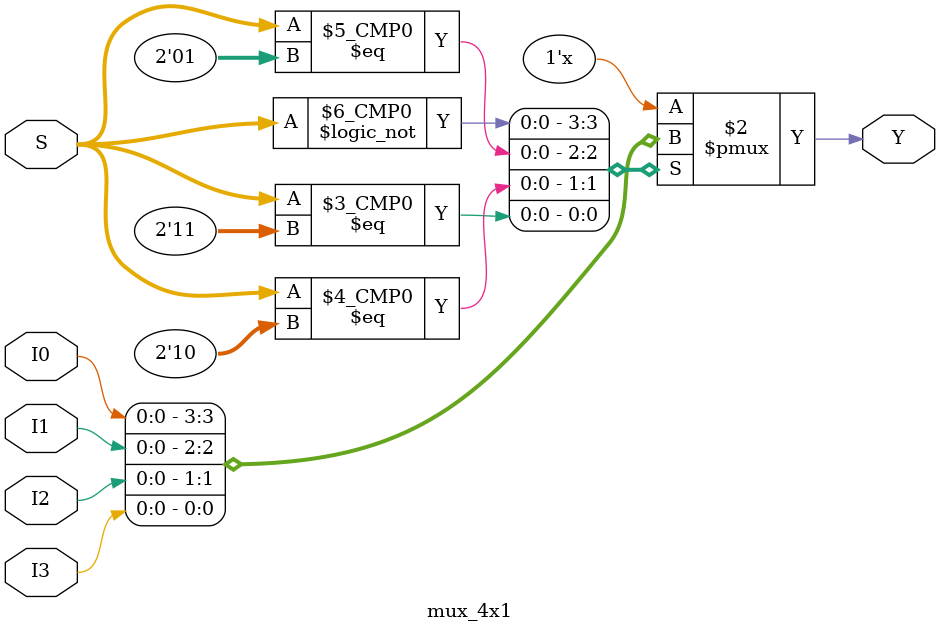
<source format=sv>
`timescale 1ns / 1ps


module mux_4x1
#(parameter WIDTH = 1)(
    input logic [WIDTH - 1:0] I0,
    input logic [WIDTH - 1:0] I1,
    input logic [WIDTH - 1:0] I2,
    input logic [WIDTH - 1:0] I3,
    input logic [1:0] S,
    output logic [WIDTH - 1: 0] Y
);

always_comb begin
    case(S)
        2'b00: Y = I0;
        2'b01: Y = I1;
        2'b10: Y = I2;
        2'b11: Y = I3;
    endcase
end

endmodule

</source>
